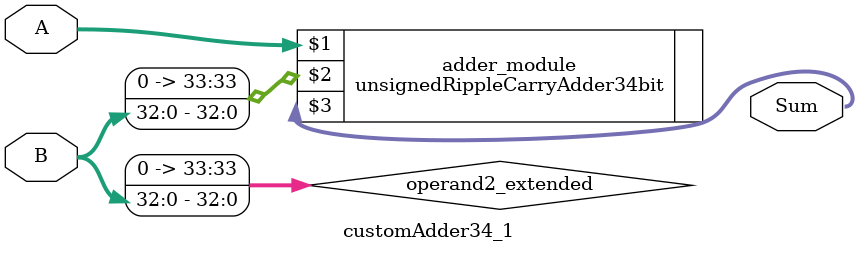
<source format=v>
module customAdder34_1(
                        input [33 : 0] A,
                        input [32 : 0] B,
                        
                        output [34 : 0] Sum
                );

        wire [33 : 0] operand2_extended;
        
        assign operand2_extended =  {1'b0, B};
        
        unsignedRippleCarryAdder34bit adder_module(
            A,
            operand2_extended,
            Sum
        );
        
        endmodule
        
</source>
